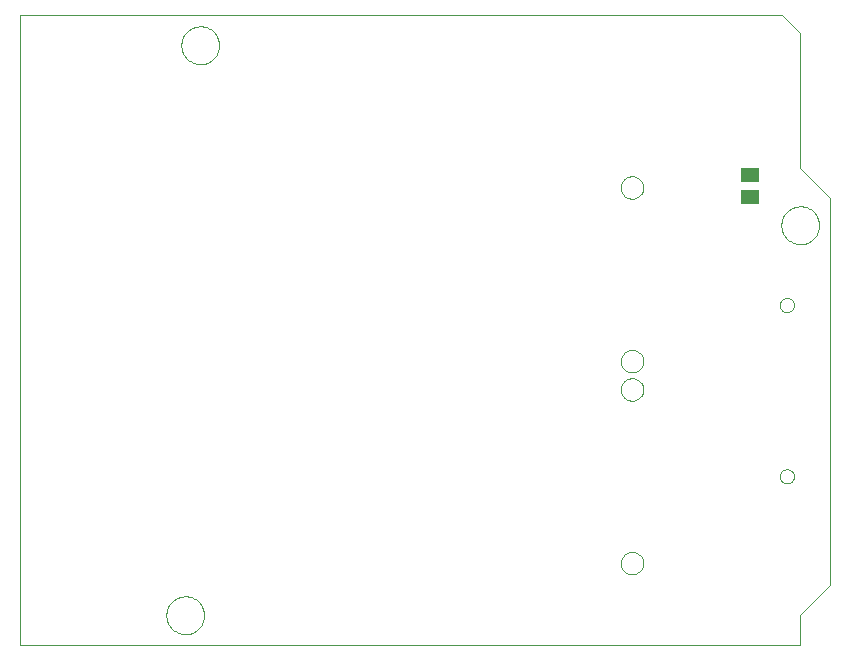
<source format=gbp>
G75*
%MOIN*%
%OFA0B0*%
%FSLAX24Y24*%
%IPPOS*%
%LPD*%
%AMOC8*
5,1,8,0,0,1.08239X$1,22.5*
%
%ADD10C,0.0000*%
%ADD11R,0.0591X0.0512*%
D10*
X002700Y000500D02*
X002700Y021500D01*
X028100Y021500D01*
X028700Y020900D01*
X028700Y016400D01*
X029700Y015400D01*
X029700Y002500D01*
X028700Y001500D01*
X028700Y000500D01*
X002700Y000500D01*
X007570Y001500D02*
X007572Y001550D01*
X007578Y001600D01*
X007588Y001649D01*
X007602Y001697D01*
X007619Y001744D01*
X007640Y001789D01*
X007665Y001833D01*
X007693Y001874D01*
X007725Y001913D01*
X007759Y001950D01*
X007796Y001984D01*
X007836Y002014D01*
X007878Y002041D01*
X007922Y002065D01*
X007968Y002086D01*
X008015Y002102D01*
X008063Y002115D01*
X008113Y002124D01*
X008162Y002129D01*
X008213Y002130D01*
X008263Y002127D01*
X008312Y002120D01*
X008361Y002109D01*
X008409Y002094D01*
X008455Y002076D01*
X008500Y002054D01*
X008543Y002028D01*
X008584Y001999D01*
X008623Y001967D01*
X008659Y001932D01*
X008691Y001894D01*
X008721Y001854D01*
X008748Y001811D01*
X008771Y001767D01*
X008790Y001721D01*
X008806Y001673D01*
X008818Y001624D01*
X008826Y001575D01*
X008830Y001525D01*
X008830Y001475D01*
X008826Y001425D01*
X008818Y001376D01*
X008806Y001327D01*
X008790Y001279D01*
X008771Y001233D01*
X008748Y001189D01*
X008721Y001146D01*
X008691Y001106D01*
X008659Y001068D01*
X008623Y001033D01*
X008584Y001001D01*
X008543Y000972D01*
X008500Y000946D01*
X008455Y000924D01*
X008409Y000906D01*
X008361Y000891D01*
X008312Y000880D01*
X008263Y000873D01*
X008213Y000870D01*
X008162Y000871D01*
X008113Y000876D01*
X008063Y000885D01*
X008015Y000898D01*
X007968Y000914D01*
X007922Y000935D01*
X007878Y000959D01*
X007836Y000986D01*
X007796Y001016D01*
X007759Y001050D01*
X007725Y001087D01*
X007693Y001126D01*
X007665Y001167D01*
X007640Y001211D01*
X007619Y001256D01*
X007602Y001303D01*
X007588Y001351D01*
X007578Y001400D01*
X007572Y001450D01*
X007570Y001500D01*
X022720Y003235D02*
X022722Y003273D01*
X022728Y003312D01*
X022738Y003349D01*
X022751Y003385D01*
X022769Y003419D01*
X022789Y003452D01*
X022813Y003482D01*
X022840Y003509D01*
X022870Y003534D01*
X022901Y003556D01*
X022935Y003574D01*
X022971Y003588D01*
X023008Y003599D01*
X023046Y003606D01*
X023084Y003609D01*
X023123Y003608D01*
X023161Y003603D01*
X023199Y003594D01*
X023235Y003581D01*
X023270Y003565D01*
X023303Y003545D01*
X023334Y003522D01*
X023362Y003496D01*
X023387Y003467D01*
X023410Y003436D01*
X023429Y003402D01*
X023444Y003367D01*
X023456Y003330D01*
X023464Y003293D01*
X023468Y003254D01*
X023468Y003216D01*
X023464Y003177D01*
X023456Y003140D01*
X023444Y003103D01*
X023429Y003068D01*
X023410Y003034D01*
X023387Y003003D01*
X023362Y002974D01*
X023334Y002948D01*
X023303Y002925D01*
X023270Y002905D01*
X023235Y002889D01*
X023199Y002876D01*
X023161Y002867D01*
X023123Y002862D01*
X023084Y002861D01*
X023046Y002864D01*
X023008Y002871D01*
X022971Y002882D01*
X022935Y002896D01*
X022901Y002914D01*
X022870Y002936D01*
X022840Y002961D01*
X022813Y002988D01*
X022789Y003018D01*
X022769Y003051D01*
X022751Y003085D01*
X022738Y003121D01*
X022728Y003158D01*
X022722Y003197D01*
X022720Y003235D01*
X028015Y006130D02*
X028017Y006160D01*
X028023Y006190D01*
X028032Y006219D01*
X028045Y006246D01*
X028062Y006271D01*
X028081Y006294D01*
X028104Y006315D01*
X028129Y006332D01*
X028155Y006346D01*
X028184Y006356D01*
X028213Y006363D01*
X028243Y006366D01*
X028274Y006365D01*
X028304Y006360D01*
X028333Y006351D01*
X028360Y006339D01*
X028386Y006324D01*
X028410Y006305D01*
X028431Y006283D01*
X028449Y006259D01*
X028464Y006232D01*
X028475Y006204D01*
X028483Y006175D01*
X028487Y006145D01*
X028487Y006115D01*
X028483Y006085D01*
X028475Y006056D01*
X028464Y006028D01*
X028449Y006001D01*
X028431Y005977D01*
X028410Y005955D01*
X028386Y005936D01*
X028360Y005921D01*
X028333Y005909D01*
X028304Y005900D01*
X028274Y005895D01*
X028243Y005894D01*
X028213Y005897D01*
X028184Y005904D01*
X028155Y005914D01*
X028129Y005928D01*
X028104Y005945D01*
X028081Y005966D01*
X028062Y005989D01*
X028045Y006014D01*
X028032Y006041D01*
X028023Y006070D01*
X028017Y006100D01*
X028015Y006130D01*
X022720Y009025D02*
X022722Y009063D01*
X022728Y009102D01*
X022738Y009139D01*
X022751Y009175D01*
X022769Y009209D01*
X022789Y009242D01*
X022813Y009272D01*
X022840Y009299D01*
X022870Y009324D01*
X022901Y009346D01*
X022935Y009364D01*
X022971Y009378D01*
X023008Y009389D01*
X023046Y009396D01*
X023084Y009399D01*
X023123Y009398D01*
X023161Y009393D01*
X023199Y009384D01*
X023235Y009371D01*
X023270Y009355D01*
X023303Y009335D01*
X023334Y009312D01*
X023362Y009286D01*
X023387Y009257D01*
X023410Y009226D01*
X023429Y009192D01*
X023444Y009157D01*
X023456Y009120D01*
X023464Y009083D01*
X023468Y009044D01*
X023468Y009006D01*
X023464Y008967D01*
X023456Y008930D01*
X023444Y008893D01*
X023429Y008858D01*
X023410Y008824D01*
X023387Y008793D01*
X023362Y008764D01*
X023334Y008738D01*
X023303Y008715D01*
X023270Y008695D01*
X023235Y008679D01*
X023199Y008666D01*
X023161Y008657D01*
X023123Y008652D01*
X023084Y008651D01*
X023046Y008654D01*
X023008Y008661D01*
X022971Y008672D01*
X022935Y008686D01*
X022901Y008704D01*
X022870Y008726D01*
X022840Y008751D01*
X022813Y008778D01*
X022789Y008808D01*
X022769Y008841D01*
X022751Y008875D01*
X022738Y008911D01*
X022728Y008948D01*
X022722Y008987D01*
X022720Y009025D01*
X022720Y009967D02*
X022722Y010005D01*
X022728Y010044D01*
X022738Y010081D01*
X022751Y010117D01*
X022769Y010151D01*
X022789Y010184D01*
X022813Y010214D01*
X022840Y010241D01*
X022870Y010266D01*
X022901Y010288D01*
X022935Y010306D01*
X022971Y010320D01*
X023008Y010331D01*
X023046Y010338D01*
X023084Y010341D01*
X023123Y010340D01*
X023161Y010335D01*
X023199Y010326D01*
X023235Y010313D01*
X023270Y010297D01*
X023303Y010277D01*
X023334Y010254D01*
X023362Y010228D01*
X023387Y010199D01*
X023410Y010168D01*
X023429Y010134D01*
X023444Y010099D01*
X023456Y010062D01*
X023464Y010025D01*
X023468Y009986D01*
X023468Y009948D01*
X023464Y009909D01*
X023456Y009872D01*
X023444Y009835D01*
X023429Y009800D01*
X023410Y009766D01*
X023387Y009735D01*
X023362Y009706D01*
X023334Y009680D01*
X023303Y009657D01*
X023270Y009637D01*
X023235Y009621D01*
X023199Y009608D01*
X023161Y009599D01*
X023123Y009594D01*
X023084Y009593D01*
X023046Y009596D01*
X023008Y009603D01*
X022971Y009614D01*
X022935Y009628D01*
X022901Y009646D01*
X022870Y009668D01*
X022840Y009693D01*
X022813Y009720D01*
X022789Y009750D01*
X022769Y009783D01*
X022751Y009817D01*
X022738Y009853D01*
X022728Y009890D01*
X022722Y009929D01*
X022720Y009967D01*
X028015Y011839D02*
X028017Y011869D01*
X028023Y011899D01*
X028032Y011928D01*
X028045Y011955D01*
X028062Y011980D01*
X028081Y012003D01*
X028104Y012024D01*
X028129Y012041D01*
X028155Y012055D01*
X028184Y012065D01*
X028213Y012072D01*
X028243Y012075D01*
X028274Y012074D01*
X028304Y012069D01*
X028333Y012060D01*
X028360Y012048D01*
X028386Y012033D01*
X028410Y012014D01*
X028431Y011992D01*
X028449Y011968D01*
X028464Y011941D01*
X028475Y011913D01*
X028483Y011884D01*
X028487Y011854D01*
X028487Y011824D01*
X028483Y011794D01*
X028475Y011765D01*
X028464Y011737D01*
X028449Y011710D01*
X028431Y011686D01*
X028410Y011664D01*
X028386Y011645D01*
X028360Y011630D01*
X028333Y011618D01*
X028304Y011609D01*
X028274Y011604D01*
X028243Y011603D01*
X028213Y011606D01*
X028184Y011613D01*
X028155Y011623D01*
X028129Y011637D01*
X028104Y011654D01*
X028081Y011675D01*
X028062Y011698D01*
X028045Y011723D01*
X028032Y011750D01*
X028023Y011779D01*
X028017Y011809D01*
X028015Y011839D01*
X028070Y014500D02*
X028072Y014550D01*
X028078Y014600D01*
X028088Y014649D01*
X028102Y014697D01*
X028119Y014744D01*
X028140Y014789D01*
X028165Y014833D01*
X028193Y014874D01*
X028225Y014913D01*
X028259Y014950D01*
X028296Y014984D01*
X028336Y015014D01*
X028378Y015041D01*
X028422Y015065D01*
X028468Y015086D01*
X028515Y015102D01*
X028563Y015115D01*
X028613Y015124D01*
X028662Y015129D01*
X028713Y015130D01*
X028763Y015127D01*
X028812Y015120D01*
X028861Y015109D01*
X028909Y015094D01*
X028955Y015076D01*
X029000Y015054D01*
X029043Y015028D01*
X029084Y014999D01*
X029123Y014967D01*
X029159Y014932D01*
X029191Y014894D01*
X029221Y014854D01*
X029248Y014811D01*
X029271Y014767D01*
X029290Y014721D01*
X029306Y014673D01*
X029318Y014624D01*
X029326Y014575D01*
X029330Y014525D01*
X029330Y014475D01*
X029326Y014425D01*
X029318Y014376D01*
X029306Y014327D01*
X029290Y014279D01*
X029271Y014233D01*
X029248Y014189D01*
X029221Y014146D01*
X029191Y014106D01*
X029159Y014068D01*
X029123Y014033D01*
X029084Y014001D01*
X029043Y013972D01*
X029000Y013946D01*
X028955Y013924D01*
X028909Y013906D01*
X028861Y013891D01*
X028812Y013880D01*
X028763Y013873D01*
X028713Y013870D01*
X028662Y013871D01*
X028613Y013876D01*
X028563Y013885D01*
X028515Y013898D01*
X028468Y013914D01*
X028422Y013935D01*
X028378Y013959D01*
X028336Y013986D01*
X028296Y014016D01*
X028259Y014050D01*
X028225Y014087D01*
X028193Y014126D01*
X028165Y014167D01*
X028140Y014211D01*
X028119Y014256D01*
X028102Y014303D01*
X028088Y014351D01*
X028078Y014400D01*
X028072Y014450D01*
X028070Y014500D01*
X022720Y015757D02*
X022722Y015795D01*
X022728Y015834D01*
X022738Y015871D01*
X022751Y015907D01*
X022769Y015941D01*
X022789Y015974D01*
X022813Y016004D01*
X022840Y016031D01*
X022870Y016056D01*
X022901Y016078D01*
X022935Y016096D01*
X022971Y016110D01*
X023008Y016121D01*
X023046Y016128D01*
X023084Y016131D01*
X023123Y016130D01*
X023161Y016125D01*
X023199Y016116D01*
X023235Y016103D01*
X023270Y016087D01*
X023303Y016067D01*
X023334Y016044D01*
X023362Y016018D01*
X023387Y015989D01*
X023410Y015958D01*
X023429Y015924D01*
X023444Y015889D01*
X023456Y015852D01*
X023464Y015815D01*
X023468Y015776D01*
X023468Y015738D01*
X023464Y015699D01*
X023456Y015662D01*
X023444Y015625D01*
X023429Y015590D01*
X023410Y015556D01*
X023387Y015525D01*
X023362Y015496D01*
X023334Y015470D01*
X023303Y015447D01*
X023270Y015427D01*
X023235Y015411D01*
X023199Y015398D01*
X023161Y015389D01*
X023123Y015384D01*
X023084Y015383D01*
X023046Y015386D01*
X023008Y015393D01*
X022971Y015404D01*
X022935Y015418D01*
X022901Y015436D01*
X022870Y015458D01*
X022840Y015483D01*
X022813Y015510D01*
X022789Y015540D01*
X022769Y015573D01*
X022751Y015607D01*
X022738Y015643D01*
X022728Y015680D01*
X022722Y015719D01*
X022720Y015757D01*
X008070Y020500D02*
X008072Y020550D01*
X008078Y020600D01*
X008088Y020649D01*
X008102Y020697D01*
X008119Y020744D01*
X008140Y020789D01*
X008165Y020833D01*
X008193Y020874D01*
X008225Y020913D01*
X008259Y020950D01*
X008296Y020984D01*
X008336Y021014D01*
X008378Y021041D01*
X008422Y021065D01*
X008468Y021086D01*
X008515Y021102D01*
X008563Y021115D01*
X008613Y021124D01*
X008662Y021129D01*
X008713Y021130D01*
X008763Y021127D01*
X008812Y021120D01*
X008861Y021109D01*
X008909Y021094D01*
X008955Y021076D01*
X009000Y021054D01*
X009043Y021028D01*
X009084Y020999D01*
X009123Y020967D01*
X009159Y020932D01*
X009191Y020894D01*
X009221Y020854D01*
X009248Y020811D01*
X009271Y020767D01*
X009290Y020721D01*
X009306Y020673D01*
X009318Y020624D01*
X009326Y020575D01*
X009330Y020525D01*
X009330Y020475D01*
X009326Y020425D01*
X009318Y020376D01*
X009306Y020327D01*
X009290Y020279D01*
X009271Y020233D01*
X009248Y020189D01*
X009221Y020146D01*
X009191Y020106D01*
X009159Y020068D01*
X009123Y020033D01*
X009084Y020001D01*
X009043Y019972D01*
X009000Y019946D01*
X008955Y019924D01*
X008909Y019906D01*
X008861Y019891D01*
X008812Y019880D01*
X008763Y019873D01*
X008713Y019870D01*
X008662Y019871D01*
X008613Y019876D01*
X008563Y019885D01*
X008515Y019898D01*
X008468Y019914D01*
X008422Y019935D01*
X008378Y019959D01*
X008336Y019986D01*
X008296Y020016D01*
X008259Y020050D01*
X008225Y020087D01*
X008193Y020126D01*
X008165Y020167D01*
X008140Y020211D01*
X008119Y020256D01*
X008102Y020303D01*
X008088Y020351D01*
X008078Y020400D01*
X008072Y020450D01*
X008070Y020500D01*
D11*
X027031Y016189D03*
X027031Y015441D03*
M02*

</source>
